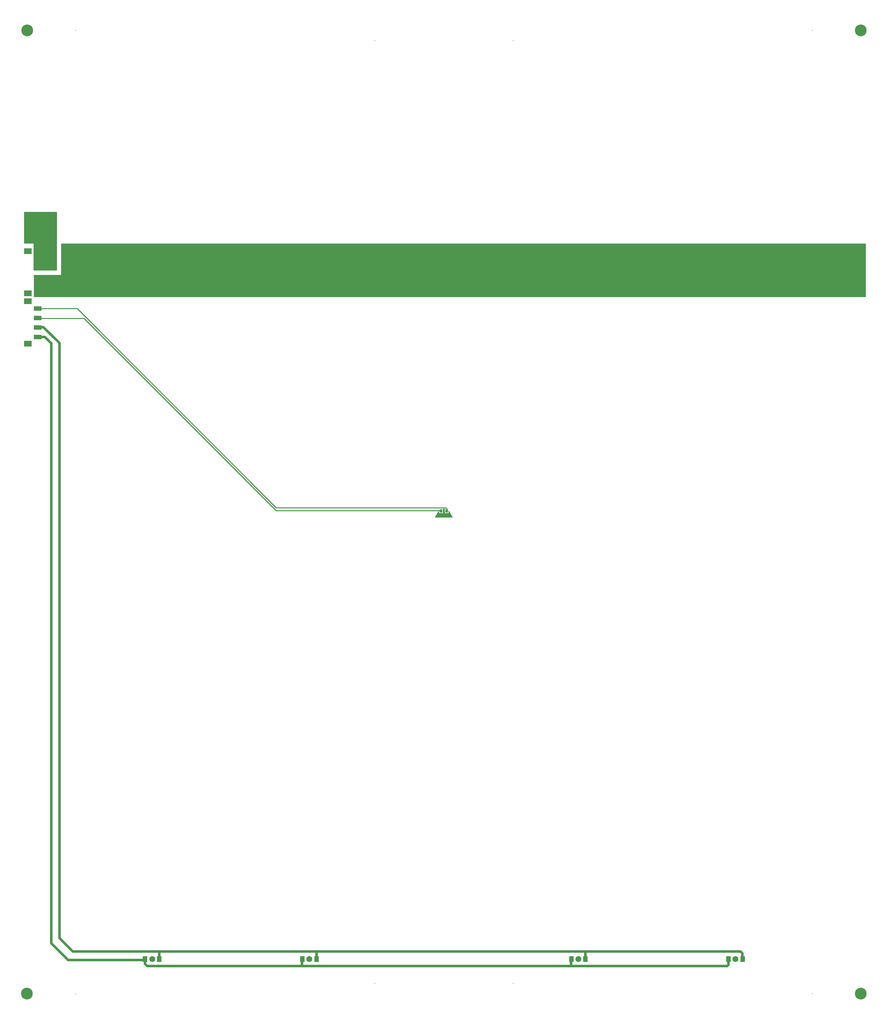
<source format=gbl>
%FSLAX25Y25*%
%MOIN*%
G70*
G01*
G75*
G04 Layer_Physical_Order=2*
G04 Layer_Color=16711680*
%ADD10R,0.06299X0.06299*%
%ADD11C,0.00800*%
%ADD12R,0.13900X8.43450*%
%ADD13R,0.12800X0.39900*%
%ADD14R,0.13700X8.34950*%
%ADD15C,0.06299*%
%ADD16C,0.01000*%
%ADD17C,0.12402*%
%ADD18C,0.02400*%
%ADD19R,0.02756X0.03543*%
%ADD20R,0.04724X0.06299*%
%ADD21R,0.08465X0.05906*%
%ADD22R,0.07874X0.05118*%
%ADD23C,0.02500*%
%ADD24C,0.01000*%
%ADD25R,8.76200X0.23800*%
%ADD26R,8.47300X0.35000*%
G36*
X467498Y531341D02*
X471454D01*
Y533874D01*
X471938Y534001D01*
X475879Y527044D01*
X475627Y526612D01*
X457314D01*
X457060Y527042D01*
X460319Y532978D01*
X461593D01*
Y531341D01*
X465549D01*
Y536078D01*
X467498D01*
Y531341D01*
D02*
G37*
G36*
X58682Y848301D02*
X59035Y847947D01*
X58957Y831573D01*
X58957Y814983D01*
Y786900D01*
X34457D01*
Y814944D01*
X24433Y814983D01*
Y848341D01*
X39033D01*
X58682Y848301D01*
D02*
G37*
D13*
X901723Y786700D02*
D03*
D15*
X159401Y62048D02*
D03*
X773507D02*
D03*
X324807D02*
D03*
X608107D02*
D03*
D16*
X78700Y25500D02*
D03*
X393800Y36400D02*
D03*
X539400D02*
D03*
X854400Y25600D02*
D03*
X854300Y1039400D02*
D03*
X539400Y1028600D02*
D03*
X393800D02*
D03*
X78800Y1039400D02*
D03*
D17*
X27582Y25615D02*
D03*
X905536D02*
D03*
X905600Y1039500D02*
D03*
X27700Y1039400D02*
D03*
D18*
X473123Y529212D02*
D03*
X469823D02*
D03*
X466523D02*
D03*
X463323D02*
D03*
X460223D02*
D03*
X34977Y816241D02*
D03*
X30977D02*
D03*
X26977D02*
D03*
Y820240D02*
D03*
X30977D02*
D03*
X34977D02*
D03*
X26977Y824240D02*
D03*
X30977D02*
D03*
X34977D02*
D03*
X26977Y828240D02*
D03*
X30977D02*
D03*
X34977D02*
D03*
X26977Y832240D02*
D03*
X30977D02*
D03*
X34977D02*
D03*
X897623Y789250D02*
D03*
X901623D02*
D03*
X905623D02*
D03*
X897623Y793250D02*
D03*
X901623D02*
D03*
X905623D02*
D03*
X897623Y797250D02*
D03*
X901623D02*
D03*
X905623D02*
D03*
X897623Y801250D02*
D03*
X901623D02*
D03*
X905623D02*
D03*
Y805250D02*
D03*
X901623D02*
D03*
X897623D02*
D03*
X34977Y844541D02*
D03*
X30977D02*
D03*
X26977D02*
D03*
X34977Y840541D02*
D03*
X30977D02*
D03*
X26977D02*
D03*
X34977Y836541D02*
D03*
X30977D02*
D03*
X26977D02*
D03*
X897623Y785250D02*
D03*
X901623D02*
D03*
X905623D02*
D03*
Y781250D02*
D03*
X901623D02*
D03*
X897623D02*
D03*
X905623Y777250D02*
D03*
X901623D02*
D03*
X897623D02*
D03*
X905623Y773250D02*
D03*
X901623D02*
D03*
X897623D02*
D03*
X905623Y769250D02*
D03*
X901623D02*
D03*
X897623D02*
D03*
X897600Y761200D02*
D03*
X901600D02*
D03*
X905600D02*
D03*
X897600Y765200D02*
D03*
X901600D02*
D03*
X905600D02*
D03*
X897600Y813300D02*
D03*
X901600D02*
D03*
X905600D02*
D03*
Y809300D02*
D03*
X901600D02*
D03*
X897600D02*
D03*
D19*
X469476Y533712D02*
D03*
X463571D02*
D03*
D20*
X151921Y62048D02*
D03*
X166882D02*
D03*
X780987D02*
D03*
X766027D02*
D03*
X332287D02*
D03*
X317327D02*
D03*
X615587D02*
D03*
X600627D02*
D03*
D21*
X28370Y754297D02*
D03*
Y709809D02*
D03*
Y762612D02*
D03*
Y807100D02*
D03*
D22*
X38804Y746816D02*
D03*
Y736816D02*
D03*
Y726816D02*
D03*
Y716816D02*
D03*
Y769620D02*
D03*
Y779620D02*
D03*
Y789620D02*
D03*
Y799620D02*
D03*
D23*
X53123Y78850D02*
X70926Y61048D01*
X61623Y84250D02*
X75823Y70050D01*
X53123Y78850D02*
Y710177D01*
X36600Y716700D02*
X46600D01*
X53123Y710177D01*
X61623Y84250D02*
Y710277D01*
X37000Y727000D02*
X44900D01*
X61623Y710277D01*
X70926Y61048D02*
X151200D01*
X151921Y57079D02*
X154250Y54750D01*
X151921Y57079D02*
Y62048D01*
X778950Y70050D02*
X780900Y68100D01*
X764700Y54750D02*
X766027Y56077D01*
Y62048D01*
X780900Y62135D02*
Y68100D01*
X600600Y54750D02*
Y62021D01*
X577000Y54750D02*
X764700D01*
X615587Y62048D02*
Y69937D01*
X317000Y54750D02*
Y61721D01*
X154250Y54750D02*
X340300D01*
X577000D01*
X332287Y62048D02*
Y69837D01*
X166882Y62048D02*
Y69732D01*
X75823Y70050D02*
X778950D01*
D24*
X35378Y736300D02*
X87573D01*
X35378Y746600D02*
X80373D01*
X87573Y736300D02*
X289773Y534100D01*
X463571D01*
X80373Y746600D02*
X289773Y537200D01*
X468600D01*
X469476Y536324D01*
Y533712D02*
Y536324D01*
D25*
X472657Y770500D02*
D03*
D26*
X487107Y797700D02*
D03*
M02*

</source>
